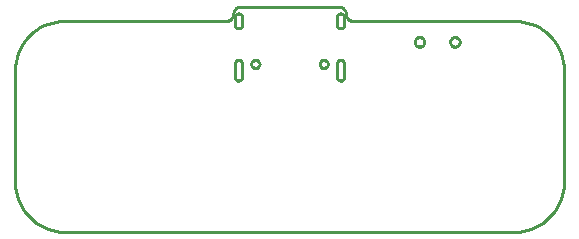
<source format=gbr>
G04 EAGLE Gerber RS-274X export*
G75*
%MOMM*%
%FSLAX34Y34*%
%LPD*%
%IN*%
%IPPOS*%
%AMOC8*
5,1,8,0,0,1.08239X$1,22.5*%
G01*
%ADD10C,0.254000*%


D10*
X5953Y71438D02*
X6112Y67806D01*
X6586Y64201D01*
X7373Y60652D01*
X8466Y57185D01*
X9857Y53826D01*
X11536Y50602D01*
X13489Y47536D01*
X15703Y44651D01*
X18159Y41971D01*
X20839Y39515D01*
X23723Y37302D01*
X26789Y35349D01*
X30014Y33670D01*
X33372Y32279D01*
X36840Y31186D01*
X40389Y30399D01*
X43993Y29924D01*
X47625Y29766D01*
X428625Y29766D01*
X432257Y29924D01*
X435861Y30399D01*
X439410Y31186D01*
X442878Y32279D01*
X446236Y33670D01*
X449461Y35349D01*
X452527Y37302D01*
X455411Y39515D01*
X458091Y41971D01*
X460548Y44651D01*
X462761Y47536D01*
X464714Y50602D01*
X466393Y53826D01*
X467784Y57185D01*
X468877Y60652D01*
X469664Y64201D01*
X470138Y67806D01*
X470297Y71438D01*
X470297Y166688D01*
X470138Y170319D01*
X469664Y173924D01*
X468877Y177473D01*
X467784Y180940D01*
X466393Y184299D01*
X464714Y187523D01*
X462761Y190590D01*
X460548Y193474D01*
X458091Y196154D01*
X455411Y198610D01*
X452527Y200823D01*
X449461Y202776D01*
X446236Y204455D01*
X442878Y205846D01*
X439410Y206939D01*
X435861Y207726D01*
X432257Y208201D01*
X428625Y208359D01*
X291703Y208359D01*
X291184Y208382D01*
X290669Y208450D01*
X290162Y208562D01*
X289667Y208718D01*
X289187Y208917D01*
X288727Y209157D01*
X288289Y209436D01*
X287877Y209752D01*
X287494Y210103D01*
X287143Y210486D01*
X286827Y210898D01*
X286548Y211336D01*
X286308Y211797D01*
X286109Y212276D01*
X285953Y212772D01*
X285840Y213279D01*
X285773Y213794D01*
X285750Y214313D01*
X285727Y214831D01*
X285660Y215346D01*
X285547Y215853D01*
X285391Y216349D01*
X285192Y216828D01*
X284952Y217289D01*
X284673Y217727D01*
X284357Y218139D01*
X284006Y218522D01*
X283623Y218873D01*
X283211Y219189D01*
X282773Y219468D01*
X282313Y219708D01*
X281833Y219907D01*
X281338Y220063D01*
X280831Y220175D01*
X280316Y220243D01*
X279797Y220266D01*
X196453Y220266D01*
X195934Y220243D01*
X195419Y220175D01*
X194912Y220063D01*
X194417Y219907D01*
X193937Y219708D01*
X193477Y219468D01*
X193039Y219189D01*
X192627Y218873D01*
X192244Y218522D01*
X191893Y218139D01*
X191577Y217727D01*
X191298Y217289D01*
X191058Y216828D01*
X190859Y216349D01*
X190703Y215853D01*
X190590Y215346D01*
X190523Y214831D01*
X190500Y214313D01*
X190477Y213794D01*
X190410Y213279D01*
X190297Y212772D01*
X190141Y212276D01*
X189942Y211797D01*
X189702Y211336D01*
X189423Y210898D01*
X189107Y210486D01*
X188756Y210103D01*
X188373Y209752D01*
X187961Y209436D01*
X187523Y209157D01*
X187063Y208917D01*
X186583Y208718D01*
X186088Y208562D01*
X185581Y208450D01*
X185066Y208382D01*
X184547Y208359D01*
X47625Y208359D01*
X43993Y208201D01*
X40389Y207726D01*
X36840Y206939D01*
X33372Y205846D01*
X30014Y204455D01*
X26789Y202776D01*
X23723Y200823D01*
X20839Y198610D01*
X18159Y196154D01*
X15703Y193474D01*
X13489Y190590D01*
X11536Y187523D01*
X9857Y184299D01*
X8466Y180940D01*
X7373Y177473D01*
X6586Y173924D01*
X6112Y170319D01*
X5953Y166688D01*
X5953Y71438D01*
X191675Y205359D02*
X191687Y205076D01*
X191724Y204795D01*
X191786Y204518D01*
X191871Y204248D01*
X191980Y203986D01*
X192110Y203734D01*
X192263Y203495D01*
X192435Y203270D01*
X192627Y203061D01*
X192836Y202870D01*
X193061Y202697D01*
X193300Y202545D01*
X193552Y202414D01*
X193813Y202305D01*
X194084Y202220D01*
X194361Y202159D01*
X194642Y202122D01*
X194925Y202109D01*
X195208Y202122D01*
X195489Y202159D01*
X195766Y202220D01*
X196037Y202305D01*
X196299Y202414D01*
X196550Y202545D01*
X196789Y202697D01*
X197014Y202870D01*
X197223Y203061D01*
X197415Y203270D01*
X197587Y203495D01*
X197740Y203734D01*
X197871Y203986D01*
X197979Y204248D01*
X198064Y204518D01*
X198126Y204795D01*
X198163Y205076D01*
X198175Y205359D01*
X198175Y211359D01*
X198163Y211643D01*
X198126Y211924D01*
X198064Y212201D01*
X197979Y212471D01*
X197871Y212733D01*
X197740Y212984D01*
X197587Y213224D01*
X197415Y213448D01*
X197223Y213657D01*
X197014Y213849D01*
X196789Y214022D01*
X196550Y214174D01*
X196299Y214305D01*
X196037Y214413D01*
X195766Y214499D01*
X195489Y214560D01*
X195208Y214597D01*
X194925Y214609D01*
X194642Y214597D01*
X194361Y214560D01*
X194084Y214499D01*
X193813Y214413D01*
X193552Y214305D01*
X193300Y214174D01*
X193061Y214022D01*
X192836Y213849D01*
X192627Y213657D01*
X192435Y213448D01*
X192263Y213224D01*
X192110Y212984D01*
X191980Y212733D01*
X191871Y212471D01*
X191786Y212201D01*
X191724Y211924D01*
X191687Y211643D01*
X191675Y211359D01*
X191675Y205359D01*
X278075Y205359D02*
X278087Y205076D01*
X278124Y204795D01*
X278186Y204518D01*
X278271Y204248D01*
X278380Y203986D01*
X278510Y203734D01*
X278663Y203495D01*
X278835Y203270D01*
X279027Y203061D01*
X279236Y202870D01*
X279461Y202697D01*
X279700Y202545D01*
X279952Y202414D01*
X280213Y202305D01*
X280484Y202220D01*
X280761Y202159D01*
X281042Y202122D01*
X281325Y202109D01*
X281608Y202122D01*
X281889Y202159D01*
X282166Y202220D01*
X282437Y202305D01*
X282699Y202414D01*
X282950Y202545D01*
X283189Y202697D01*
X283414Y202870D01*
X283623Y203061D01*
X283815Y203270D01*
X283987Y203495D01*
X284140Y203734D01*
X284271Y203986D01*
X284379Y204248D01*
X284464Y204518D01*
X284526Y204795D01*
X284563Y205076D01*
X284575Y205359D01*
X284575Y211359D01*
X284563Y211643D01*
X284526Y211924D01*
X284464Y212201D01*
X284379Y212471D01*
X284271Y212733D01*
X284140Y212984D01*
X283987Y213224D01*
X283815Y213448D01*
X283623Y213657D01*
X283414Y213849D01*
X283189Y214022D01*
X282950Y214174D01*
X282699Y214305D01*
X282437Y214413D01*
X282166Y214499D01*
X281889Y214560D01*
X281608Y214597D01*
X281325Y214609D01*
X281042Y214597D01*
X280761Y214560D01*
X280484Y214499D01*
X280213Y214413D01*
X279952Y214305D01*
X279700Y214174D01*
X279461Y214022D01*
X279236Y213849D01*
X279027Y213657D01*
X278835Y213448D01*
X278663Y213224D01*
X278510Y212984D01*
X278380Y212733D01*
X278271Y212471D01*
X278186Y212201D01*
X278124Y211924D01*
X278087Y211643D01*
X278075Y211359D01*
X278075Y205359D01*
X191675Y161059D02*
X191687Y160776D01*
X191724Y160495D01*
X191786Y160218D01*
X191871Y159948D01*
X191980Y159686D01*
X192110Y159434D01*
X192263Y159195D01*
X192435Y158970D01*
X192627Y158761D01*
X192836Y158570D01*
X193061Y158397D01*
X193300Y158245D01*
X193552Y158114D01*
X193813Y158005D01*
X194084Y157920D01*
X194361Y157859D01*
X194642Y157822D01*
X194925Y157809D01*
X195208Y157822D01*
X195489Y157859D01*
X195766Y157920D01*
X196037Y158005D01*
X196299Y158114D01*
X196550Y158245D01*
X196789Y158397D01*
X197014Y158570D01*
X197223Y158761D01*
X197415Y158970D01*
X197587Y159195D01*
X197740Y159434D01*
X197871Y159686D01*
X197979Y159948D01*
X198064Y160218D01*
X198126Y160495D01*
X198163Y160776D01*
X198175Y161059D01*
X198175Y172059D01*
X198163Y172343D01*
X198126Y172624D01*
X198064Y172901D01*
X197979Y173171D01*
X197871Y173433D01*
X197740Y173684D01*
X197587Y173924D01*
X197415Y174148D01*
X197223Y174357D01*
X197014Y174549D01*
X196789Y174722D01*
X196550Y174874D01*
X196299Y175005D01*
X196037Y175113D01*
X195766Y175199D01*
X195489Y175260D01*
X195208Y175297D01*
X194925Y175309D01*
X194642Y175297D01*
X194361Y175260D01*
X194084Y175199D01*
X193813Y175113D01*
X193552Y175005D01*
X193300Y174874D01*
X193061Y174722D01*
X192836Y174549D01*
X192627Y174357D01*
X192435Y174148D01*
X192263Y173924D01*
X192110Y173684D01*
X191980Y173433D01*
X191871Y173171D01*
X191786Y172901D01*
X191724Y172624D01*
X191687Y172343D01*
X191675Y172059D01*
X191675Y161059D01*
X278075Y161059D02*
X278087Y160776D01*
X278124Y160495D01*
X278186Y160218D01*
X278271Y159948D01*
X278380Y159686D01*
X278510Y159434D01*
X278663Y159195D01*
X278835Y158970D01*
X279027Y158761D01*
X279236Y158570D01*
X279461Y158397D01*
X279700Y158245D01*
X279952Y158114D01*
X280213Y158005D01*
X280484Y157920D01*
X280761Y157859D01*
X281042Y157822D01*
X281325Y157809D01*
X281608Y157822D01*
X281889Y157859D01*
X282166Y157920D01*
X282437Y158005D01*
X282699Y158114D01*
X282950Y158245D01*
X283189Y158397D01*
X283414Y158570D01*
X283623Y158761D01*
X283815Y158970D01*
X283987Y159195D01*
X284140Y159434D01*
X284271Y159686D01*
X284379Y159948D01*
X284464Y160218D01*
X284526Y160495D01*
X284563Y160776D01*
X284575Y161059D01*
X284575Y172059D01*
X284563Y172343D01*
X284526Y172624D01*
X284464Y172901D01*
X284379Y173171D01*
X284271Y173433D01*
X284140Y173684D01*
X283987Y173924D01*
X283815Y174148D01*
X283623Y174357D01*
X283414Y174549D01*
X283189Y174722D01*
X282950Y174874D01*
X282699Y175005D01*
X282437Y175113D01*
X282166Y175199D01*
X281889Y175260D01*
X281608Y175297D01*
X281325Y175309D01*
X281042Y175297D01*
X280761Y175260D01*
X280484Y175199D01*
X280213Y175113D01*
X279952Y175005D01*
X279700Y174874D01*
X279461Y174722D01*
X279236Y174549D01*
X279027Y174357D01*
X278835Y174148D01*
X278663Y173924D01*
X278510Y173684D01*
X278380Y173433D01*
X278271Y173171D01*
X278186Y172901D01*
X278124Y172624D01*
X278087Y172343D01*
X278075Y172059D01*
X278075Y161059D01*
X263525Y172089D02*
X263585Y172544D01*
X263704Y172987D01*
X263879Y173411D01*
X264109Y173808D01*
X264388Y174172D01*
X264712Y174496D01*
X265076Y174776D01*
X265474Y175005D01*
X265898Y175181D01*
X266341Y175300D01*
X266796Y175359D01*
X267254Y175359D01*
X267709Y175300D01*
X268152Y175181D01*
X268576Y175005D01*
X268974Y174776D01*
X269338Y174496D01*
X269662Y174172D01*
X269941Y173808D01*
X270171Y173411D01*
X270346Y172987D01*
X270465Y172544D01*
X270525Y172089D01*
X270525Y171630D01*
X270465Y171175D01*
X270346Y170732D01*
X270171Y170308D01*
X269941Y169911D01*
X269662Y169547D01*
X269338Y169222D01*
X268974Y168943D01*
X268576Y168714D01*
X268152Y168538D01*
X267709Y168419D01*
X267254Y168359D01*
X266796Y168359D01*
X266341Y168419D01*
X265898Y168538D01*
X265474Y168714D01*
X265076Y168943D01*
X264712Y169222D01*
X264388Y169547D01*
X264109Y169911D01*
X263879Y170308D01*
X263704Y170732D01*
X263585Y171175D01*
X263525Y171630D01*
X263525Y172089D01*
X205725Y172089D02*
X205785Y172544D01*
X205904Y172987D01*
X206079Y173411D01*
X206309Y173808D01*
X206588Y174172D01*
X206912Y174496D01*
X207276Y174776D01*
X207674Y175005D01*
X208098Y175181D01*
X208541Y175300D01*
X208996Y175359D01*
X209454Y175359D01*
X209909Y175300D01*
X210352Y175181D01*
X210776Y175005D01*
X211174Y174776D01*
X211538Y174496D01*
X211862Y174172D01*
X212141Y173808D01*
X212371Y173411D01*
X212546Y172987D01*
X212665Y172544D01*
X212725Y172089D01*
X212725Y171630D01*
X212665Y171175D01*
X212546Y170732D01*
X212371Y170308D01*
X212141Y169911D01*
X211862Y169547D01*
X211538Y169222D01*
X211174Y168943D01*
X210776Y168714D01*
X210352Y168538D01*
X209909Y168419D01*
X209454Y168359D01*
X208996Y168359D01*
X208541Y168419D01*
X208098Y168538D01*
X207674Y168714D01*
X207276Y168943D01*
X206912Y169222D01*
X206588Y169547D01*
X206309Y169911D01*
X206079Y170308D01*
X205904Y170732D01*
X205785Y171175D01*
X205725Y171630D01*
X205725Y172089D01*
X374141Y190762D02*
X374209Y191282D01*
X374345Y191789D01*
X374545Y192273D01*
X374808Y192727D01*
X375127Y193143D01*
X375498Y193514D01*
X375914Y193833D01*
X376368Y194095D01*
X376852Y194296D01*
X377359Y194432D01*
X377878Y194500D01*
X378403Y194500D01*
X378923Y194432D01*
X379429Y194296D01*
X379914Y194095D01*
X380368Y193833D01*
X380784Y193514D01*
X381154Y193143D01*
X381474Y192727D01*
X381736Y192273D01*
X381936Y191789D01*
X382072Y191282D01*
X382141Y190762D01*
X382141Y190238D01*
X382072Y189718D01*
X381936Y189211D01*
X381736Y188727D01*
X381474Y188273D01*
X381154Y187857D01*
X380784Y187486D01*
X380368Y187167D01*
X379914Y186905D01*
X379429Y186704D01*
X378923Y186568D01*
X378403Y186500D01*
X377878Y186500D01*
X377359Y186568D01*
X376852Y186704D01*
X376368Y186905D01*
X375914Y187167D01*
X375498Y187486D01*
X375127Y187857D01*
X374808Y188273D01*
X374545Y188727D01*
X374345Y189211D01*
X374209Y189718D01*
X374141Y190238D01*
X374141Y190762D01*
X344141Y190762D02*
X344209Y191282D01*
X344345Y191789D01*
X344545Y192273D01*
X344808Y192727D01*
X345127Y193143D01*
X345498Y193514D01*
X345914Y193833D01*
X346368Y194095D01*
X346852Y194296D01*
X347359Y194432D01*
X347878Y194500D01*
X348403Y194500D01*
X348923Y194432D01*
X349429Y194296D01*
X349914Y194095D01*
X350368Y193833D01*
X350784Y193514D01*
X351154Y193143D01*
X351474Y192727D01*
X351736Y192273D01*
X351936Y191789D01*
X352072Y191282D01*
X352141Y190762D01*
X352141Y190238D01*
X352072Y189718D01*
X351936Y189211D01*
X351736Y188727D01*
X351474Y188273D01*
X351154Y187857D01*
X350784Y187486D01*
X350368Y187167D01*
X349914Y186905D01*
X349429Y186704D01*
X348923Y186568D01*
X348403Y186500D01*
X347878Y186500D01*
X347359Y186568D01*
X346852Y186704D01*
X346368Y186905D01*
X345914Y187167D01*
X345498Y187486D01*
X345127Y187857D01*
X344808Y188273D01*
X344545Y188727D01*
X344345Y189211D01*
X344209Y189718D01*
X344141Y190238D01*
X344141Y190762D01*
M02*

</source>
